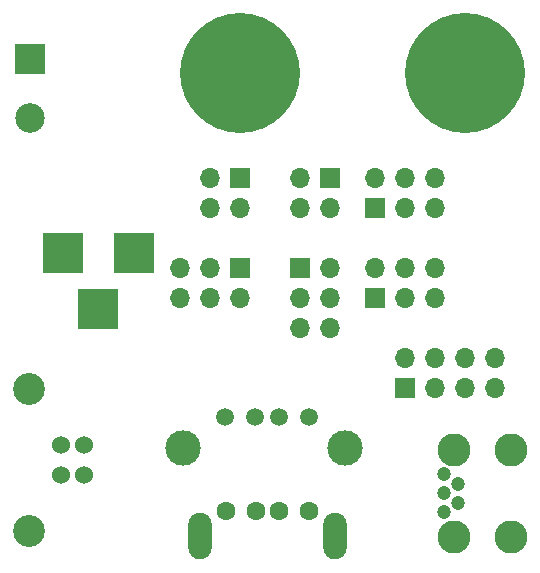
<source format=gbs>
G04 #@! TF.GenerationSoftware,KiCad,Pcbnew,(2017-04-12 revision 02abf1804)-makepkg*
G04 #@! TF.CreationDate,2017-04-26T22:03:17+03:00*
G04 #@! TF.ProjectId,vbb,7662622E6B696361645F706362000000,rev?*
G04 #@! TF.FileFunction,Soldermask,Bot*
G04 #@! TF.FilePolarity,Negative*
%FSLAX46Y46*%
G04 Gerber Fmt 4.6, Leading zero omitted, Abs format (unit mm)*
G04 Created by KiCad (PCBNEW (2017-04-12 revision 02abf1804)-makepkg) date 04/26/17 22:03:17*
%MOMM*%
%LPD*%
G01*
G04 APERTURE LIST*
%ADD10C,0.100000*%
%ADD11C,1.600000*%
%ADD12O,2.000000X3.950000*%
%ADD13C,10.160000*%
%ADD14C,2.700020*%
%ADD15C,1.524000*%
%ADD16R,1.700000X1.700000*%
%ADD17O,1.700000X1.700000*%
%ADD18R,3.500120X3.500120*%
%ADD19C,1.195000*%
%ADD20C,2.800000*%
%ADD21C,2.999740*%
%ADD22C,1.501140*%
%ADD23C,2.500000*%
%ADD24R,2.500000X2.500000*%
G04 APERTURE END LIST*
D10*
D11*
X21650000Y4830000D03*
X24150000Y4830000D03*
X26150000Y4830000D03*
D12*
X19450000Y2730000D03*
D11*
X28650000Y4830000D03*
D12*
X30850000Y2730000D03*
D13*
X41910000Y41910000D03*
X22860000Y41910000D03*
D14*
X4953000Y3144520D03*
X4953000Y15143480D03*
D15*
X7653020Y10414000D03*
X7653020Y7874000D03*
X9652000Y7874000D03*
X9652000Y10414000D03*
D16*
X22860000Y33020000D03*
D17*
X22860000Y30480000D03*
X20320000Y33020000D03*
X20320000Y30480000D03*
X27940000Y30480000D03*
X27940000Y33020000D03*
X30480000Y30480000D03*
D16*
X30480000Y33020000D03*
X34290000Y30480000D03*
D17*
X34290000Y33020000D03*
X36830000Y30480000D03*
X36830000Y33020000D03*
X39370000Y30480000D03*
X39370000Y33020000D03*
X30480000Y20320000D03*
X27940000Y20320000D03*
X30480000Y22860000D03*
X27940000Y22860000D03*
X30480000Y25400000D03*
D16*
X27940000Y25400000D03*
X22860000Y25400000D03*
D17*
X22860000Y22860000D03*
X20320000Y25400000D03*
X20320000Y22860000D03*
X17780000Y25400000D03*
X17780000Y22860000D03*
X39370000Y25400000D03*
X39370000Y22860000D03*
X36830000Y25400000D03*
X36830000Y22860000D03*
X34290000Y25400000D03*
D16*
X34290000Y22860000D03*
D17*
X44450000Y17780000D03*
X44450000Y15240000D03*
X41910000Y17780000D03*
X41910000Y15240000D03*
X39370000Y17780000D03*
X39370000Y15240000D03*
X36830000Y17780000D03*
D16*
X36830000Y15240000D03*
D18*
X10820400Y21971000D03*
X7820660Y26670000D03*
X13820140Y26670000D03*
D19*
X40093000Y4750000D03*
X41293000Y5550000D03*
X40093000Y6350000D03*
X41293000Y7150000D03*
X40093000Y7950000D03*
D20*
X40993000Y2650000D03*
X40993000Y10050000D03*
X45743000Y2650000D03*
X45743000Y10050000D03*
D21*
X18033960Y10160120D03*
X31749960Y10160120D03*
D22*
X21589960Y12827120D03*
X24129960Y12827120D03*
X26161960Y12827120D03*
X28701960Y12827120D03*
D23*
X5080000Y38100000D03*
D24*
X5080000Y43100000D03*
M02*

</source>
